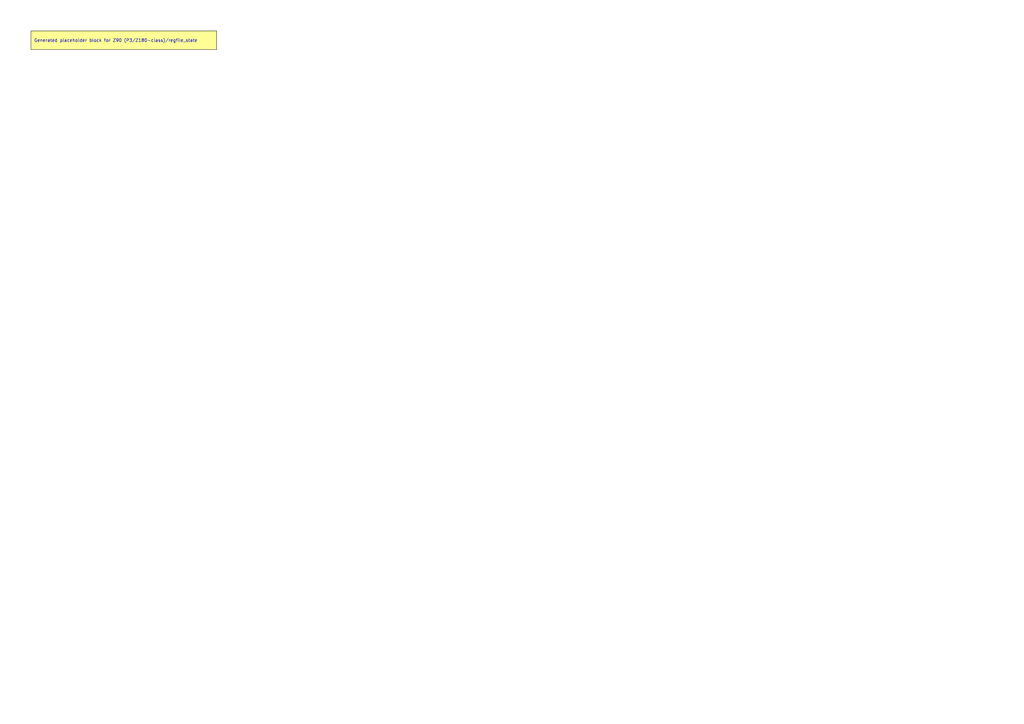
<source format=kicad_sch>
(kicad_sch
	(version 20250114)
	(generator "kicadgen")
	(generator_version "0.2")
	(uuid "f13477be-8323-58dc-b889-c7595b8610e2")
	(paper "A3")
	(title_block
		(title "Z90 (P3/Z180-class)::regfile_state")
		(company "Project Carbon")
		(comment 1 "Generated - do not edit in generated/")
		(comment 2 "Edit in schem/kicad9/manual/ or refine mapping specs")
	)
	(lib_symbols)
	(text_box
		"Generated placeholder block for Z90 (P3/Z180-class)/regfile_state"
		(exclude_from_sim no)
		(at
			12.7
			12.7
			0
		)
		(size 76.2 7.62)
		(margins
			1.27
			1.27
			1.27
			1.27
		)
		(stroke
			(width 0)
			(type default)
			(color
				0
				0
				0
				1
			)
		)
		(fill
			(type color)
			(color
				255
				255
				150
				1
			)
		)
		(effects
			(font
				(size 1.27 1.27)
			)
			(justify left)
		)
		(uuid "8d6cf46a-a1e5-5e8a-8d6d-b55036040633")
	)
	(sheet_instances
		(path
			"/"
			(page "1")
		)
	)
	(embedded_fonts no)
)

</source>
